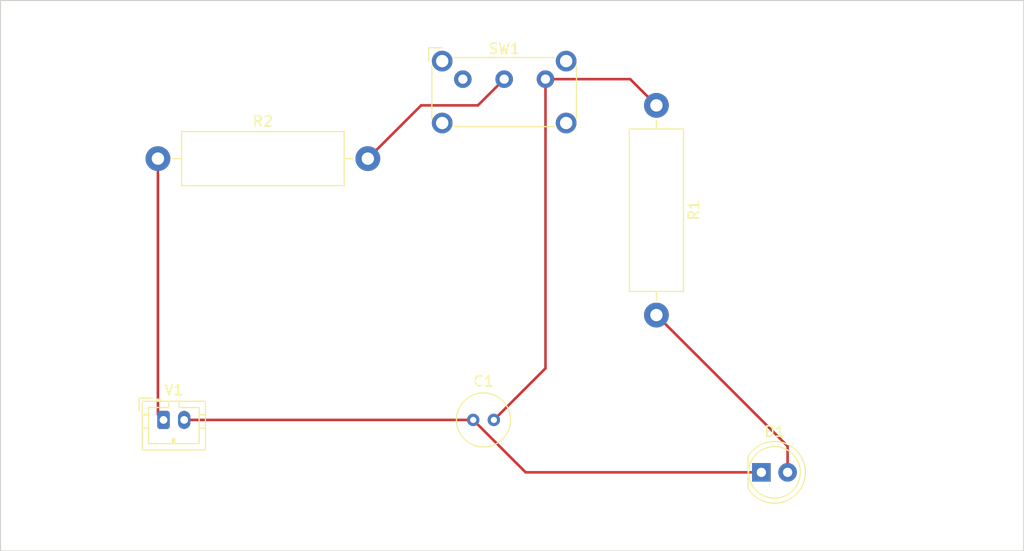
<source format=kicad_pcb>
(kicad_pcb (version 20211014) (generator pcbnew)
  (layers (0 "F.Cu" signal) (31 "B.Cu" signal) (34 "B.Paste" user) (35 "F.Paste" user) (36 "B.SilkS" user "B.Silkscreen") (37 "F.SilkS" user "F.Silkscreen") (38 "B.Mask" user) (39 "F.Mask" user) (44 "Edge.Cuts" user))
  (net 0 "")
  (net 1 "Net-(C1-Pad1)")
  (net 2 "Net-(C1-Pad2)")
  (net 3 "Net-(D1-Pad2)")
  (net 4 "Net-(R2-Pad1)")
  (net 5 "Net-(R2-Pad2)")
  (footprint "Connector_JST:JST_PH_B2B-PH-K_1x02_P2.00mm_Vertical" (layer "F.Cu") (at 99.6 104.14)
    (fp_text reference "V1" (at 1 -2.9) (layer "F.SilkS"))
    (fp_text value "9 V")
    (fp_line (start 1.5 -1.2) (end 1.5 -1.81) (layer "F.SilkS") (width 0.12))
    (fp_line (start 4.06 2.91) (end 4.06 -1.81) (layer "F.SilkS") (width 0.12))
    (fp_line (start 4.06 0.8) (end 3.45 0.8) (layer "F.SilkS") (width 0.12))
    (fp_line (start -1.11 -2.11) (end -2.36 -2.11) (layer "F.SilkS") (width 0.12))
    (fp_line (start 1 2.3) (end 1 1.8) (layer "F.SilkS") (width 0.12))
    (fp_line (start -0.6 -2.01) (end -0.6 -1.81) (layer "F.SilkS") (width 0.12))
    (fp_line (start 0.9 2.3) (end 0.9 1.8) (layer "F.SilkS") (width 0.12))
    (fp_line (start -1.45 2.3) (end 3.45 2.3) (layer "F.SilkS") (width 0.12))
    (fp_line (start 4.06 -1.81) (end -2.06 -1.81) (layer "F.SilkS") (width 0.12))
    (fp_line (start -2.06 0.8) (end -1.45 0.8) (layer "F.SilkS") (width 0.12))
    (fp_line (start -2.06 2.91) (end 4.06 2.91) (layer "F.SilkS") (width 0.12))
    (fp_line (start -2.06 -0.5) (end -1.45 -0.5) (layer "F.SilkS") (width 0.12))
    (fp_line (start -1.45 -1.2) (end -1.45 2.3) (layer "F.SilkS") (width 0.12))
    (fp_line (start 1.1 1.8) (end 1.1 2.3) (layer "F.SilkS") (width 0.12))
    (fp_line (start 0.9 1.8) (end 1.1 1.8) (layer "F.SilkS") (width 0.12))
    (fp_line (start -0.3 -1.81) (end -0.3 -2.01) (layer "F.SilkS") (width 0.12))
    (fp_line (start 0.5 -1.81) (end 0.5 -1.2) (layer "F.SilkS") (width 0.12))
    (fp_line (start -2.36 -2.11) (end -2.36 -0.86) (layer "F.SilkS") (width 0.12))
    (fp_line (start -2.06 -1.81) (end -2.06 2.91) (layer "F.SilkS") (width 0.12))
    (fp_line (start 3.45 -1.2) (end 1.5 -1.2) (layer "F.SilkS") (width 0.12))
    (fp_line (start 4.06 -0.5) (end 3.45 -0.5) (layer "F.SilkS") (width 0.12))
    (fp_line (start -0.3 -2.01) (end -0.6 -2.01) (layer "F.SilkS") (width 0.12))
    (fp_line (start 0.5 -1.2) (end -1.45 -1.2) (layer "F.SilkS") (width 0.12))
    (fp_line (start -0.3 -1.91) (end -0.6 -1.91) (layer "F.SilkS") (width 0.12))
    (fp_line (start 3.45 2.3) (end 3.45 -1.2) (layer "F.SilkS") (width 0.12))
    (pad "1" thru_hole roundrect (at 0 0) (size 1.2 1.75) (drill 0.75) (layers *.Cu *.Mask) (roundrect_rratio 0.208333) (net 4 "Net-(R2-Pad1)"))
    (pad "2" thru_hole oval (at 2 0) (size 1.2 1.75) (drill 0.75) (layers *.Cu *.Mask) (net 1 "Net-(C1-Pad1)"))
  )
  (footprint "Button_Switch_THT:SW_E-Switch_EG1224_SPDT_Angled" (layer "F.Cu") (at 128.58 71.12)
    (fp_text reference "SW1" (at 4 -2.95) (layer "F.SilkS"))
    (fp_text value "SW_SPDT")
    (fp_line (start -3 3.85) (end -3 -1.35) (layer "F.SilkS") (width 0.12))
    (fp_line (start 8.95 4.6) (end -0.95 4.6) (layer "F.SilkS") (width 0.12))
    (fp_line (start -3.3 -1.75) (end -3.3 -3.05) (layer "F.SilkS") (width 0.12))
    (fp_line (start 11 -1.35) (end 11 3.85) (layer "F.SilkS") (width 0.12))
    (fp_line (start -3.3 -3.05) (end -2 -3.05) (layer "F.SilkS") (width 0.12))
    (fp_line (start -0.95 -2.1) (end 8.95 -2.1) (layer "F.SilkS") (width 0.12))
    (pad "" thru_hole circle (at 10 4.25) (size 2 2) (drill 1.2) (layers *.Cu *.Mask))
    (pad "" thru_hole circle (at -2 -1.75) (size 2 2) (drill 1.2) (layers *.Cu *.Mask))
    (pad "" thru_hole circle (at 10 -1.75) (size 2 2) (drill 1.2) (layers *.Cu *.Mask))
    (pad "" thru_hole circle (at -2 4.25) (size 2 2) (drill 1.2) (layers *.Cu *.Mask))
    (pad "1" thru_hole circle (at 0 0) (size 1.7 1.7) (drill 0.9) (layers *.Cu *.Mask))
    (pad "2" thru_hole circle (at 4 0) (size 1.7 1.7) (drill 0.9) (layers *.Cu *.Mask) (net 5 "Net-(R2-Pad2)"))
    (pad "3" thru_hole circle (at 8 0) (size 1.7 1.7) (drill 0.9) (layers *.Cu *.Mask) (net 2 "Net-(C1-Pad2)"))
  )
  (footprint "Capacitor_THT:C_Radial_D5.0mm_H5.0mm_P2.00mm" (layer "F.Cu") (at 129.58 104.14)
    (fp_text reference "C1" (at 1 -3.75) (layer "F.SilkS"))
    (fp_text value "4.7 uF")
    (fp_circle (center 1 0) (end 3.62 0) (layer "F.SilkS") (width 0.12) (fill none))
    (pad "1" thru_hole circle (at 0 0) (size 1.2 1.2) (drill 0.6) (layers *.Cu *.Mask) (net 1 "Net-(C1-Pad1)"))
    (pad "2" thru_hole circle (at 2 0) (size 1.2 1.2) (drill 0.6) (layers *.Cu *.Mask) (net 2 "Net-(C1-Pad2)"))
  )
  (footprint "LED_THT:LED_D5.0mm" (layer "F.Cu") (at 157.48 109.22)
    (fp_text reference "D1" (at 1.27 -3.96) (layer "F.SilkS"))
    (fp_text value "LED")
    (fp_line (start -1.29 -1.545) (end -1.29 1.545) (layer "F.SilkS") (width 0.12))
    (fp_arc (start 4.26 -0.000462) (mid 2.072002 2.880433) (end -1.29 1.54483) (layer "F.SilkS") (width 0.12))
    (fp_arc (start -1.29 -1.54483) (mid 2.072002 -2.880433) (end 4.26 0.000462) (layer "F.SilkS") (width 0.12))
    (fp_circle (center 1.27 0) (end 3.77 0) (layer "F.SilkS") (width 0.12) (fill none))
    (pad "1" thru_hole rect (at 0 0) (size 1.8 1.8) (drill 0.9) (layers *.Cu *.Mask) (net 1 "Net-(C1-Pad1)"))
    (pad "2" thru_hole circle (at 2.54 0) (size 1.8 1.8) (drill 0.9) (layers *.Cu *.Mask) (net 3 "Net-(D1-Pad2)"))
  )
  (footprint "Resistor_THT:R_Axial_DIN0516_L15.5mm_D5.0mm_P20.32mm_Horizontal" (layer "F.Cu") (at 147.32 73.66 -90)
    (fp_text reference "R1" (at 10.16 -3.62 90) (layer "F.SilkS"))
    (fp_text value "20K")
    (fp_line (start 1.44 0) (end 2.29 0) (layer "F.SilkS") (width 0.12))
    (fp_line (start 18.03 -2.62) (end 2.29 -2.62) (layer "F.SilkS") (width 0.12))
    (fp_line (start 2.29 -2.62) (end 2.29 2.62) (layer "F.SilkS") (width 0.12))
    (fp_line (start 18.88 0) (end 18.03 0) (layer "F.SilkS") (width 0.12))
    (fp_line (start 2.29 2.62) (end 18.03 2.62) (layer "F.SilkS") (width 0.12))
    (fp_line (start 18.03 2.62) (end 18.03 -2.62) (layer "F.SilkS") (width 0.12))
    (pad "1" thru_hole circle (at 0 0 270) (size 2.4 2.4) (drill 1.2) (layers *.Cu *.Mask) (net 2 "Net-(C1-Pad2)"))
    (pad "2" thru_hole oval (at 20.32 0 270) (size 2.4 2.4) (drill 1.2) (layers *.Cu *.Mask) (net 3 "Net-(D1-Pad2)"))
  )
  (footprint "Resistor_THT:R_Axial_DIN0516_L15.5mm_D5.0mm_P20.32mm_Horizontal" (layer "F.Cu") (at 99.06 78.82)
    (fp_text reference "R2" (at 10.16 -3.62) (layer "F.SilkS"))
    (fp_text value "2.2K")
    (fp_line (start 18.03 2.62) (end 18.03 -2.62) (layer "F.SilkS") (width 0.12))
    (fp_line (start 2.29 -2.62) (end 2.29 2.62) (layer "F.SilkS") (width 0.12))
    (fp_line (start 2.29 2.62) (end 18.03 2.62) (layer "F.SilkS") (width 0.12))
    (fp_line (start 18.88 0) (end 18.03 0) (layer "F.SilkS") (width 0.12))
    (fp_line (start 18.03 -2.62) (end 2.29 -2.62) (layer "F.SilkS") (width 0.12))
    (fp_line (start 1.44 0) (end 2.29 0) (layer "F.SilkS") (width 0.12))
    (pad "1" thru_hole circle (at 0 0) (size 2.4 2.4) (drill 1.2) (layers *.Cu *.Mask) (net 4 "Net-(R2-Pad1)"))
    (pad "2" thru_hole oval (at 20.32 0) (size 2.4 2.4) (drill 1.2) (layers *.Cu *.Mask) (net 5 "Net-(R2-Pad2)"))
  )
  (gr_rect (start 182.88 63.5) (end 83.82 116.84) (layer "Edge.Cuts") (width 0.1) (fill none))
  (segment (start 101.6 104.14) (end 129.58 104.14) (width 0.25) (layer "F.Cu") (net 1))
  (segment (start 129.58 104.14) (end 134.66 109.22) (width 0.25) (layer "F.Cu") (net 1))
  (segment (start 134.66 109.22) (end 157.48 109.22) (width 0.25) (layer "F.Cu") (net 1))
  (segment (start 144.78 71.12) (end 147.32 73.66) (width 0.25) (layer "F.Cu") (net 2))
  (segment (start 136.58 71.12) (end 144.78 71.12) (width 0.25) (layer "F.Cu") (net 2))
  (segment (start 136.58 71.12) (end 136.58 99.14) (width 0.25) (layer "F.Cu") (net 2))
  (segment (start 136.58 99.14) (end 131.58 104.14) (width 0.25) (layer "F.Cu") (net 2))
  (segment (start 147.32 93.98) (end 160.02 106.68) (width 0.25) (layer "F.Cu") (net 3))
  (segment (start 160.02 106.68) (end 160.02 109.22) (width 0.25) (layer "F.Cu") (net 3))
  (segment (start 99.06 78.82) (end 99.06 103.6) (width 0.25) (layer "F.Cu") (net 4))
  (segment (start 99.06 103.6) (end 99.6 104.14) (width 0.25) (layer "F.Cu") (net 4))
  (segment (start 132.58 71.12) (end 130.04 73.66) (width 0.25) (layer "F.Cu") (net 5))
  (segment (start 124.54 73.66) (end 119.38 78.82) (width 0.25) (layer "F.Cu") (net 5))
  (segment (start 130.04 73.66) (end 124.54 73.66) (width 0.25) (layer "F.Cu") (net 5))
)
</source>
